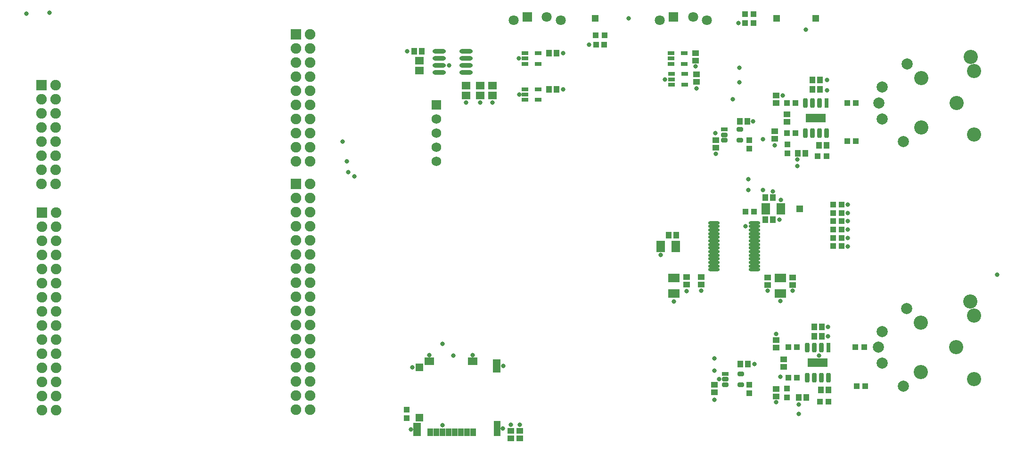
<source format=gts>
G04*
G04 #@! TF.GenerationSoftware,Altium Limited,Altium Designer,19.0.15 (446)*
G04*
G04 Layer_Color=8388736*
%FSLAX25Y25*%
%MOIN*%
G70*
G01*
G75*
%ADD40R,0.04537X0.04143*%
%ADD41R,0.04147X0.04147*%
G04:AMPARAMS|DCode=42|XSize=31.62mil|YSize=47.37mil|CornerRadius=9.91mil|HoleSize=0mil|Usage=FLASHONLY|Rotation=90.000|XOffset=0mil|YOffset=0mil|HoleType=Round|Shape=RoundedRectangle|*
%AMROUNDEDRECTD42*
21,1,0.03162,0.02756,0,0,90.0*
21,1,0.01181,0.04737,0,0,90.0*
1,1,0.01981,0.01378,0.00591*
1,1,0.01981,0.01378,-0.00591*
1,1,0.01981,-0.01378,-0.00591*
1,1,0.01981,-0.01378,0.00591*
%
%ADD42ROUNDEDRECTD42*%
%ADD43R,0.04737X0.03162*%
%ADD44R,0.04143X0.04537*%
%ADD45R,0.07887X0.06312*%
%ADD46R,0.04147X0.04147*%
%ADD47R,0.06312X0.07887*%
%ADD48R,0.04737X0.04737*%
%ADD49R,0.04934X0.03162*%
%ADD50R,0.06312X0.05328*%
%ADD51R,0.14186X0.05918*%
G04:AMPARAMS|DCode=52|XSize=31.62mil|YSize=69.02mil|CornerRadius=9.91mil|HoleSize=0mil|Usage=FLASHONLY|Rotation=0.000|XOffset=0mil|YOffset=0mil|HoleType=Round|Shape=RoundedRectangle|*
%AMROUNDEDRECTD52*
21,1,0.03162,0.04921,0,0,0.0*
21,1,0.01181,0.06902,0,0,0.0*
1,1,0.01981,0.00591,-0.02461*
1,1,0.01981,-0.00591,-0.02461*
1,1,0.01981,-0.00591,0.02461*
1,1,0.01981,0.00591,0.02461*
%
%ADD52ROUNDEDRECTD52*%
%ADD53R,0.03162X0.06902*%
%ADD54O,0.09461X0.03162*%
%ADD55R,0.03950X0.03950*%
%ADD56O,0.08083X0.02572*%
%ADD57R,0.06706X0.05328*%
%ADD58R,0.05328X0.09461*%
%ADD59R,0.05367X0.05524*%
%ADD60R,0.05367X0.05721*%
%ADD61R,0.04540X0.10642*%
%ADD62R,0.03950X0.05682*%
%ADD63C,0.10052*%
%ADD64C,0.07887*%
%ADD65R,0.07099X0.07099*%
%ADD66C,0.07099*%
%ADD67R,0.07493X0.07493*%
%ADD68C,0.07493*%
%ADD69C,0.06800*%
%ADD70R,0.06800X0.06800*%
%ADD71C,0.03162*%
D40*
X535039Y36024D02*
D03*
Y41339D02*
D03*
X540158Y57185D02*
D03*
Y62500D02*
D03*
X529035Y115059D02*
D03*
Y120374D02*
D03*
X546654Y114961D02*
D03*
Y120276D02*
D03*
X533858Y218799D02*
D03*
Y224114D02*
D03*
X478031Y273937D02*
D03*
Y279252D02*
D03*
X478524Y259154D02*
D03*
Y264469D02*
D03*
X542520Y230709D02*
D03*
Y236024D02*
D03*
X492126Y212303D02*
D03*
Y217618D02*
D03*
X535039Y249508D02*
D03*
Y244193D02*
D03*
Y75984D02*
D03*
Y70669D02*
D03*
X491339Y39075D02*
D03*
Y44390D02*
D03*
X353543Y11713D02*
D03*
Y6398D02*
D03*
X347244D02*
D03*
Y11713D02*
D03*
X481890Y120768D02*
D03*
Y115453D02*
D03*
X471535Y120571D02*
D03*
Y115256D02*
D03*
D41*
X515748Y38287D02*
D03*
Y44390D02*
D03*
X542913Y208465D02*
D03*
Y214567D02*
D03*
X515748Y211663D02*
D03*
Y217766D02*
D03*
X542520Y35433D02*
D03*
Y41535D02*
D03*
X273622Y26673D02*
D03*
Y20571D02*
D03*
D42*
X509744Y51968D02*
D03*
Y44488D02*
D03*
X498917D02*
D03*
Y48228D02*
D03*
X509154Y225197D02*
D03*
Y217717D02*
D03*
X498327D02*
D03*
Y221457D02*
D03*
D43*
X498917Y51968D02*
D03*
X498327Y225197D02*
D03*
D44*
X459043Y150197D02*
D03*
X464358D02*
D03*
X532579Y161221D02*
D03*
X527264D02*
D03*
X532579Y176969D02*
D03*
X527264D02*
D03*
X560630Y260236D02*
D03*
X565945D02*
D03*
X560492Y253543D02*
D03*
X565807D02*
D03*
X555413Y208465D02*
D03*
X550098D02*
D03*
X561909Y85433D02*
D03*
X567224D02*
D03*
X561909Y78642D02*
D03*
X567224D02*
D03*
X284154Y280539D02*
D03*
X278839D02*
D03*
X514468Y231102D02*
D03*
X509154D02*
D03*
X570492Y214173D02*
D03*
X565177D02*
D03*
X571949Y40551D02*
D03*
X566634D02*
D03*
X556201Y35433D02*
D03*
X550886D02*
D03*
X374311Y279408D02*
D03*
X379626D02*
D03*
X374311Y253740D02*
D03*
X379626D02*
D03*
X509547Y58957D02*
D03*
X514862D02*
D03*
D45*
X537795Y109153D02*
D03*
Y119980D02*
D03*
X462598D02*
D03*
Y109153D02*
D03*
D46*
X513091Y167126D02*
D03*
X519193D02*
D03*
X542618Y222538D02*
D03*
X548721D02*
D03*
X585236Y244094D02*
D03*
X591339D02*
D03*
X542520D02*
D03*
X548622D02*
D03*
X518996Y307087D02*
D03*
X512894D02*
D03*
X413484Y292028D02*
D03*
X407382D02*
D03*
X581220Y172047D02*
D03*
X575117D02*
D03*
X581220Y166142D02*
D03*
X575117D02*
D03*
X581220Y160236D02*
D03*
X575117D02*
D03*
X581220Y154331D02*
D03*
X575117D02*
D03*
X581220Y148425D02*
D03*
X575117D02*
D03*
X581220Y142815D02*
D03*
X575117D02*
D03*
X585236Y217126D02*
D03*
X591339D02*
D03*
X564390Y206299D02*
D03*
X570492D02*
D03*
X543405Y49409D02*
D03*
X549508D02*
D03*
X591043Y70866D02*
D03*
X597146D02*
D03*
X565846Y32283D02*
D03*
X571949D02*
D03*
X591831Y43366D02*
D03*
X597933D02*
D03*
X543405Y70866D02*
D03*
X549508D02*
D03*
D47*
X538287Y168963D02*
D03*
X527461D02*
D03*
X453150Y142520D02*
D03*
X463976D02*
D03*
D48*
X562992Y304134D02*
D03*
X535236Y303937D02*
D03*
X551575Y168963D02*
D03*
X406988Y304134D02*
D03*
D49*
X469764Y279331D02*
D03*
Y271850D02*
D03*
X460709D02*
D03*
Y275590D02*
D03*
Y279331D02*
D03*
X470079Y264567D02*
D03*
Y257087D02*
D03*
X461024D02*
D03*
Y260827D02*
D03*
Y264567D02*
D03*
X357362Y279331D02*
D03*
Y275590D02*
D03*
Y271850D02*
D03*
X366417D02*
D03*
Y279331D02*
D03*
X357362Y253740D02*
D03*
Y250000D02*
D03*
Y246260D02*
D03*
X366417D02*
D03*
Y253740D02*
D03*
D50*
X334276Y256339D02*
D03*
Y249449D02*
D03*
X325417Y256339D02*
D03*
Y249449D02*
D03*
X315575Y256339D02*
D03*
Y249449D02*
D03*
X282480Y274055D02*
D03*
Y267165D02*
D03*
D51*
X564390Y60039D02*
D03*
X562992Y233465D02*
D03*
D52*
X556890Y49409D02*
D03*
X561890D02*
D03*
X566890D02*
D03*
X571890D02*
D03*
X556890Y70669D02*
D03*
X561890D02*
D03*
X566890D02*
D03*
X555492Y222835D02*
D03*
X560492D02*
D03*
X565492D02*
D03*
X570492D02*
D03*
X555492Y244094D02*
D03*
X560492D02*
D03*
X565492D02*
D03*
D53*
X571890Y70669D02*
D03*
X570492Y244094D02*
D03*
D54*
X296677Y280539D02*
D03*
Y275539D02*
D03*
Y270539D02*
D03*
Y265539D02*
D03*
X315575Y280539D02*
D03*
Y275539D02*
D03*
Y270539D02*
D03*
Y265539D02*
D03*
D55*
X512992Y300672D02*
D03*
X518898D02*
D03*
X407480Y285433D02*
D03*
X413386D02*
D03*
D56*
X491043Y159153D02*
D03*
Y156595D02*
D03*
Y154035D02*
D03*
Y151476D02*
D03*
Y148917D02*
D03*
Y146358D02*
D03*
Y143799D02*
D03*
Y141240D02*
D03*
Y138681D02*
D03*
Y136122D02*
D03*
Y133563D02*
D03*
Y131004D02*
D03*
Y128445D02*
D03*
Y125886D02*
D03*
X519587Y159153D02*
D03*
Y156595D02*
D03*
Y154035D02*
D03*
Y151476D02*
D03*
Y148917D02*
D03*
Y146358D02*
D03*
Y143799D02*
D03*
Y141240D02*
D03*
Y138681D02*
D03*
Y136122D02*
D03*
Y133563D02*
D03*
Y131004D02*
D03*
Y128445D02*
D03*
Y125886D02*
D03*
D57*
X289606Y60984D02*
D03*
X320236D02*
D03*
D58*
X337185Y57854D02*
D03*
X280925Y12657D02*
D03*
D59*
X282520Y56555D02*
D03*
D60*
Y21122D02*
D03*
D61*
X337579Y13248D02*
D03*
D62*
X290158Y10768D02*
D03*
X294488D02*
D03*
X298819D02*
D03*
X303150D02*
D03*
X307480D02*
D03*
X311811D02*
D03*
X316142D02*
D03*
X320472D02*
D03*
D63*
X674902Y221595D02*
D03*
X662402Y244094D02*
D03*
X674902Y266595D02*
D03*
X672402Y276594D02*
D03*
X637402Y226594D02*
D03*
Y261595D02*
D03*
X637244Y88366D02*
D03*
Y53366D02*
D03*
X672244Y103366D02*
D03*
X674744Y93366D02*
D03*
X662244Y70866D02*
D03*
X674744Y48366D02*
D03*
D64*
X609902Y232844D02*
D03*
Y255345D02*
D03*
X607402Y244094D02*
D03*
X624902Y216595D02*
D03*
X627402Y271595D02*
D03*
X627244Y98366D02*
D03*
X624744Y43366D02*
D03*
X607244Y70866D02*
D03*
X609744Y82116D02*
D03*
Y59616D02*
D03*
D65*
X358937Y305118D02*
D03*
X462284D02*
D03*
D66*
X372716D02*
D03*
X349095Y302638D02*
D03*
X382559D02*
D03*
X476063Y305118D02*
D03*
X452441Y302638D02*
D03*
X485906D02*
D03*
D67*
X195179Y292538D02*
D03*
X15079Y256538D02*
D03*
X195080Y186638D02*
D03*
X15480Y166438D02*
D03*
D68*
X195179Y282538D02*
D03*
Y272538D02*
D03*
Y262538D02*
D03*
Y252538D02*
D03*
Y242538D02*
D03*
Y232538D02*
D03*
Y222538D02*
D03*
X205180D02*
D03*
Y232538D02*
D03*
Y242538D02*
D03*
Y252538D02*
D03*
Y262538D02*
D03*
Y272538D02*
D03*
Y282538D02*
D03*
Y292538D02*
D03*
Y212538D02*
D03*
Y202538D02*
D03*
X195179D02*
D03*
Y212538D02*
D03*
X25080Y256538D02*
D03*
Y246538D02*
D03*
Y236538D02*
D03*
Y226538D02*
D03*
Y216538D02*
D03*
Y206538D02*
D03*
Y196538D02*
D03*
Y186538D02*
D03*
X15079D02*
D03*
Y196538D02*
D03*
Y206538D02*
D03*
Y216538D02*
D03*
Y226538D02*
D03*
Y236538D02*
D03*
Y246538D02*
D03*
X195080Y36638D02*
D03*
Y26638D02*
D03*
X205080D02*
D03*
Y36638D02*
D03*
X195080Y106638D02*
D03*
Y96638D02*
D03*
X205080D02*
D03*
Y106638D02*
D03*
Y186638D02*
D03*
Y176638D02*
D03*
Y166638D02*
D03*
Y156638D02*
D03*
Y146638D02*
D03*
Y136638D02*
D03*
Y126638D02*
D03*
Y116638D02*
D03*
X195080D02*
D03*
Y126638D02*
D03*
Y136638D02*
D03*
Y146638D02*
D03*
Y156638D02*
D03*
Y166638D02*
D03*
Y176638D02*
D03*
Y86638D02*
D03*
Y76638D02*
D03*
Y66638D02*
D03*
X205080D02*
D03*
Y76638D02*
D03*
Y86638D02*
D03*
Y56638D02*
D03*
Y46638D02*
D03*
X195080D02*
D03*
Y56638D02*
D03*
X15480Y86438D02*
D03*
Y76438D02*
D03*
X25480D02*
D03*
Y86438D02*
D03*
Y166438D02*
D03*
Y156438D02*
D03*
Y146438D02*
D03*
Y136438D02*
D03*
Y126438D02*
D03*
Y116438D02*
D03*
Y106438D02*
D03*
Y96438D02*
D03*
X15480D02*
D03*
Y106438D02*
D03*
Y116438D02*
D03*
Y126438D02*
D03*
Y136438D02*
D03*
Y146438D02*
D03*
Y156438D02*
D03*
Y66438D02*
D03*
Y56438D02*
D03*
Y46438D02*
D03*
X25480D02*
D03*
Y56438D02*
D03*
Y66438D02*
D03*
Y36438D02*
D03*
Y26438D02*
D03*
X15480D02*
D03*
Y36438D02*
D03*
D69*
X294488Y202835D02*
D03*
Y212835D02*
D03*
Y222835D02*
D03*
Y232835D02*
D03*
D70*
Y242835D02*
D03*
D71*
X570866Y253150D02*
D03*
Y260477D02*
D03*
X303610Y270539D02*
D03*
X402411Y285433D02*
D03*
X585433Y142520D02*
D03*
Y148425D02*
D03*
Y154331D02*
D03*
Y160236D02*
D03*
Y166142D02*
D03*
X585433Y172047D02*
D03*
X538287Y175295D02*
D03*
X513189Y156595D02*
D03*
X491339Y33858D02*
D03*
X571654Y78642D02*
D03*
Y85433D02*
D03*
X508384Y300672D02*
D03*
X509055Y268898D02*
D03*
X277697Y56555D02*
D03*
X341595Y13248D02*
D03*
X341752Y57854D02*
D03*
X347244Y16142D02*
D03*
X353543Y16142D02*
D03*
X535039Y31890D02*
D03*
X494685Y48228D02*
D03*
X519436Y58957D02*
D03*
X546654Y110945D02*
D03*
X537795Y103543D02*
D03*
X529035Y111043D02*
D03*
X481890Y111024D02*
D03*
X471535Y110748D02*
D03*
X462598Y103366D02*
D03*
X453150Y136221D02*
D03*
X537205Y161221D02*
D03*
X532579Y181398D02*
D03*
X491732Y222835D02*
D03*
X492126Y208071D02*
D03*
X518504Y231102D02*
D03*
X478524Y254508D02*
D03*
X478031Y270000D02*
D03*
X384341Y253740D02*
D03*
X384132Y279408D02*
D03*
X334276Y244488D02*
D03*
X325417Y244268D02*
D03*
X315575D02*
D03*
X565177Y65039D02*
D03*
X504331Y246743D02*
D03*
X298819Y73228D02*
D03*
X228346Y216595D02*
D03*
X20866Y307874D02*
D03*
X4724Y307480D02*
D03*
X352756Y275590D02*
D03*
X320236Y65276D02*
D03*
X289606Y65512D02*
D03*
X456102Y260827D02*
D03*
X537795Y50000D02*
D03*
X535039Y80315D02*
D03*
X353150Y250000D02*
D03*
X298819Y15748D02*
D03*
X276437Y12657D02*
D03*
X533858Y214173D02*
D03*
X539705Y249508D02*
D03*
X274016Y280539D02*
D03*
X491339Y62992D02*
D03*
Y54331D02*
D03*
X566929Y60236D02*
D03*
X691339Y122441D02*
D03*
X509055Y258661D02*
D03*
X555905Y296063D02*
D03*
X430512Y304134D02*
D03*
X306693Y64961D02*
D03*
X525624Y182250D02*
D03*
Y218291D02*
D03*
X515354Y190157D02*
D03*
X550886Y30315D02*
D03*
X236690Y192126D02*
D03*
X515354Y182283D02*
D03*
X550787Y23622D02*
D03*
X550000Y199213D02*
D03*
Y203937D02*
D03*
X566929Y233465D02*
D03*
X232283Y194882D02*
D03*
X231299Y202538D02*
D03*
M02*

</source>
